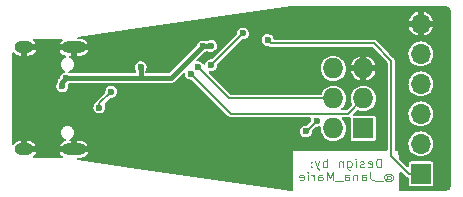
<source format=gbl>
G04 #@! TF.GenerationSoftware,KiCad,Pcbnew,6.0.0-d3dd2cf0fa~116~ubuntu20.04.1*
G04 #@! TF.CreationDate,2022-01-09T18:16:10+01:00*
G04 #@! TF.ProjectId,ESP-TC-PROG,4553502d-5443-42d5-9052-4f472e6b6963,rev?*
G04 #@! TF.SameCoordinates,Original*
G04 #@! TF.FileFunction,Copper,L2,Bot*
G04 #@! TF.FilePolarity,Positive*
%FSLAX46Y46*%
G04 Gerber Fmt 4.6, Leading zero omitted, Abs format (unit mm)*
G04 Created by KiCad (PCBNEW 6.0.0-d3dd2cf0fa~116~ubuntu20.04.1) date 2022-01-09 18:16:10*
%MOMM*%
%LPD*%
G01*
G04 APERTURE LIST*
%ADD10C,0.100000*%
G04 #@! TA.AperFunction,NonConductor*
%ADD11C,0.100000*%
G04 #@! TD*
G04 #@! TA.AperFunction,ComponentPad*
%ADD12O,2.100000X1.000000*%
G04 #@! TD*
G04 #@! TA.AperFunction,ComponentPad*
%ADD13O,1.600000X1.000000*%
G04 #@! TD*
G04 #@! TA.AperFunction,ComponentPad*
%ADD14R,1.727200X1.727200*%
G04 #@! TD*
G04 #@! TA.AperFunction,ComponentPad*
%ADD15O,1.727200X1.727200*%
G04 #@! TD*
G04 #@! TA.AperFunction,ComponentPad*
%ADD16R,1.700000X1.700000*%
G04 #@! TD*
G04 #@! TA.AperFunction,ComponentPad*
%ADD17O,1.700000X1.700000*%
G04 #@! TD*
G04 #@! TA.AperFunction,ViaPad*
%ADD18C,0.600000*%
G04 #@! TD*
G04 #@! TA.AperFunction,Conductor*
%ADD19C,0.400000*%
G04 #@! TD*
G04 #@! TA.AperFunction,Conductor*
%ADD20C,0.200000*%
G04 #@! TD*
G04 APERTURE END LIST*
D10*
D11*
X132102380Y-105803166D02*
X132102380Y-105103166D01*
X131911904Y-105103166D01*
X131797619Y-105136500D01*
X131721428Y-105203166D01*
X131683333Y-105269833D01*
X131645238Y-105403166D01*
X131645238Y-105503166D01*
X131683333Y-105636500D01*
X131721428Y-105703166D01*
X131797619Y-105769833D01*
X131911904Y-105803166D01*
X132102380Y-105803166D01*
X130997619Y-105769833D02*
X131073809Y-105803166D01*
X131226190Y-105803166D01*
X131302380Y-105769833D01*
X131340476Y-105703166D01*
X131340476Y-105436500D01*
X131302380Y-105369833D01*
X131226190Y-105336500D01*
X131073809Y-105336500D01*
X130997619Y-105369833D01*
X130959523Y-105436500D01*
X130959523Y-105503166D01*
X131340476Y-105569833D01*
X130654761Y-105769833D02*
X130578571Y-105803166D01*
X130426190Y-105803166D01*
X130350000Y-105769833D01*
X130311904Y-105703166D01*
X130311904Y-105669833D01*
X130350000Y-105603166D01*
X130426190Y-105569833D01*
X130540476Y-105569833D01*
X130616666Y-105536500D01*
X130654761Y-105469833D01*
X130654761Y-105436500D01*
X130616666Y-105369833D01*
X130540476Y-105336500D01*
X130426190Y-105336500D01*
X130350000Y-105369833D01*
X129969047Y-105803166D02*
X129969047Y-105336500D01*
X129969047Y-105103166D02*
X130007142Y-105136500D01*
X129969047Y-105169833D01*
X129930952Y-105136500D01*
X129969047Y-105103166D01*
X129969047Y-105169833D01*
X129245238Y-105336500D02*
X129245238Y-105903166D01*
X129283333Y-105969833D01*
X129321428Y-106003166D01*
X129397619Y-106036500D01*
X129511904Y-106036500D01*
X129588095Y-106003166D01*
X129245238Y-105769833D02*
X129321428Y-105803166D01*
X129473809Y-105803166D01*
X129550000Y-105769833D01*
X129588095Y-105736500D01*
X129626190Y-105669833D01*
X129626190Y-105469833D01*
X129588095Y-105403166D01*
X129550000Y-105369833D01*
X129473809Y-105336500D01*
X129321428Y-105336500D01*
X129245238Y-105369833D01*
X128864285Y-105336500D02*
X128864285Y-105803166D01*
X128864285Y-105403166D02*
X128826190Y-105369833D01*
X128750000Y-105336500D01*
X128635714Y-105336500D01*
X128559523Y-105369833D01*
X128521428Y-105436500D01*
X128521428Y-105803166D01*
X127530952Y-105803166D02*
X127530952Y-105103166D01*
X127530952Y-105369833D02*
X127454761Y-105336500D01*
X127302380Y-105336500D01*
X127226190Y-105369833D01*
X127188095Y-105403166D01*
X127150000Y-105469833D01*
X127150000Y-105669833D01*
X127188095Y-105736500D01*
X127226190Y-105769833D01*
X127302380Y-105803166D01*
X127454761Y-105803166D01*
X127530952Y-105769833D01*
X126883333Y-105336500D02*
X126692857Y-105803166D01*
X126502380Y-105336500D02*
X126692857Y-105803166D01*
X126769047Y-105969833D01*
X126807142Y-106003166D01*
X126883333Y-106036500D01*
X126197619Y-105736500D02*
X126159523Y-105769833D01*
X126197619Y-105803166D01*
X126235714Y-105769833D01*
X126197619Y-105736500D01*
X126197619Y-105803166D01*
X126197619Y-105369833D02*
X126159523Y-105403166D01*
X126197619Y-105436500D01*
X126235714Y-105403166D01*
X126197619Y-105369833D01*
X126197619Y-105436500D01*
X132578571Y-106596833D02*
X132616666Y-106563500D01*
X132692857Y-106530166D01*
X132769047Y-106530166D01*
X132845238Y-106563500D01*
X132883333Y-106596833D01*
X132921428Y-106663500D01*
X132921428Y-106730166D01*
X132883333Y-106796833D01*
X132845238Y-106830166D01*
X132769047Y-106863500D01*
X132692857Y-106863500D01*
X132616666Y-106830166D01*
X132578571Y-106796833D01*
X132578571Y-106530166D02*
X132578571Y-106796833D01*
X132540476Y-106830166D01*
X132502380Y-106830166D01*
X132426190Y-106796833D01*
X132388095Y-106730166D01*
X132388095Y-106563500D01*
X132464285Y-106463500D01*
X132578571Y-106396833D01*
X132730952Y-106363500D01*
X132883333Y-106396833D01*
X132997619Y-106463500D01*
X133073809Y-106563500D01*
X133111904Y-106696833D01*
X133073809Y-106830166D01*
X132997619Y-106930166D01*
X132883333Y-106996833D01*
X132730952Y-107030166D01*
X132578571Y-106996833D01*
X132464285Y-106930166D01*
X132235714Y-106996833D02*
X131626190Y-106996833D01*
X131207142Y-106230166D02*
X131207142Y-106730166D01*
X131245238Y-106830166D01*
X131321428Y-106896833D01*
X131435714Y-106930166D01*
X131511904Y-106930166D01*
X130483333Y-106930166D02*
X130483333Y-106563500D01*
X130521428Y-106496833D01*
X130597619Y-106463500D01*
X130750000Y-106463500D01*
X130826190Y-106496833D01*
X130483333Y-106896833D02*
X130559523Y-106930166D01*
X130750000Y-106930166D01*
X130826190Y-106896833D01*
X130864285Y-106830166D01*
X130864285Y-106763500D01*
X130826190Y-106696833D01*
X130750000Y-106663500D01*
X130559523Y-106663500D01*
X130483333Y-106630166D01*
X130102380Y-106463500D02*
X130102380Y-106930166D01*
X130102380Y-106530166D02*
X130064285Y-106496833D01*
X129988095Y-106463500D01*
X129873809Y-106463500D01*
X129797619Y-106496833D01*
X129759523Y-106563500D01*
X129759523Y-106930166D01*
X129035714Y-106930166D02*
X129035714Y-106563500D01*
X129073809Y-106496833D01*
X129150000Y-106463500D01*
X129302380Y-106463500D01*
X129378571Y-106496833D01*
X129035714Y-106896833D02*
X129111904Y-106930166D01*
X129302380Y-106930166D01*
X129378571Y-106896833D01*
X129416666Y-106830166D01*
X129416666Y-106763500D01*
X129378571Y-106696833D01*
X129302380Y-106663500D01*
X129111904Y-106663500D01*
X129035714Y-106630166D01*
X128845238Y-106996833D02*
X128235714Y-106996833D01*
X128045238Y-106930166D02*
X128045238Y-106230166D01*
X127778571Y-106730166D01*
X127511904Y-106230166D01*
X127511904Y-106930166D01*
X126788095Y-106930166D02*
X126788095Y-106563500D01*
X126826190Y-106496833D01*
X126902380Y-106463500D01*
X127054761Y-106463500D01*
X127130952Y-106496833D01*
X126788095Y-106896833D02*
X126864285Y-106930166D01*
X127054761Y-106930166D01*
X127130952Y-106896833D01*
X127169047Y-106830166D01*
X127169047Y-106763500D01*
X127130952Y-106696833D01*
X127054761Y-106663500D01*
X126864285Y-106663500D01*
X126788095Y-106630166D01*
X126407142Y-106930166D02*
X126407142Y-106463500D01*
X126407142Y-106596833D02*
X126369047Y-106530166D01*
X126330952Y-106496833D01*
X126254761Y-106463500D01*
X126178571Y-106463500D01*
X125911904Y-106930166D02*
X125911904Y-106463500D01*
X125911904Y-106230166D02*
X125950000Y-106263500D01*
X125911904Y-106296833D01*
X125873809Y-106263500D01*
X125911904Y-106230166D01*
X125911904Y-106296833D01*
X125226190Y-106896833D02*
X125302380Y-106930166D01*
X125454761Y-106930166D01*
X125530952Y-106896833D01*
X125569047Y-106830166D01*
X125569047Y-106563500D01*
X125530952Y-106496833D01*
X125454761Y-106463500D01*
X125302380Y-106463500D01*
X125226190Y-106496833D01*
X125188095Y-106563500D01*
X125188095Y-106630166D01*
X125569047Y-106696833D01*
D12*
X106085000Y-104320000D03*
X106085000Y-95680000D03*
D13*
X101905000Y-95680000D03*
X101905000Y-104320000D03*
D14*
X130600000Y-102540000D03*
D15*
X128060000Y-102540000D03*
X130600000Y-100000000D03*
X128060000Y-100000000D03*
X130600000Y-97460000D03*
X128060000Y-97460000D03*
D16*
X135480000Y-106390000D03*
D17*
X135480000Y-103850000D03*
X135480000Y-101310000D03*
X135480000Y-98770000D03*
X135480000Y-96230000D03*
X135480000Y-93690000D03*
D18*
X132150000Y-102550000D03*
X113100000Y-94900000D03*
X124100000Y-92700000D03*
X109900000Y-97300000D03*
X110000000Y-96000000D03*
X121300000Y-103800000D03*
X108600000Y-96800000D03*
X116500000Y-103800000D03*
X132300000Y-94900000D03*
X124900000Y-102700000D03*
X113370000Y-105840000D03*
X121000000Y-97450000D03*
X126000000Y-96100000D03*
X124300000Y-94400000D03*
X109100000Y-101100000D03*
X133300000Y-95800000D03*
X132100000Y-98000000D03*
X116500000Y-101000000D03*
X124350000Y-107100000D03*
X122500000Y-98500000D03*
X116100000Y-95200000D03*
X133800000Y-99100000D03*
X133850000Y-102550000D03*
X126500000Y-103750000D03*
X116530000Y-105930000D03*
X133800000Y-104550000D03*
X132150000Y-100650000D03*
X133900000Y-107100000D03*
X117100000Y-96600000D03*
X116500000Y-99600000D03*
X128200000Y-94500000D03*
X116500000Y-102400000D03*
X124300000Y-97100000D03*
X126000000Y-99100000D03*
X133850000Y-100650000D03*
X111370000Y-103830000D03*
X117000000Y-95600000D03*
X105430000Y-98290000D03*
X105110000Y-98960000D03*
X111750000Y-97350000D03*
X117710000Y-95550000D03*
X117700000Y-97199998D03*
X120400000Y-94500000D03*
X109260000Y-99430000D03*
X108258831Y-100773533D03*
X126650000Y-101900000D03*
X125750000Y-102800002D03*
X116600000Y-97350000D03*
X116000000Y-97900000D03*
X122500000Y-95050000D03*
D19*
X117050000Y-95550000D02*
X117000000Y-95600000D01*
X105430000Y-98290000D02*
X111810000Y-98290000D01*
X117710000Y-95550000D02*
X117050000Y-95550000D01*
X114310000Y-98290000D02*
X116700001Y-95899999D01*
X105430000Y-98308002D02*
X105430000Y-98290000D01*
X105110000Y-98960000D02*
X105130000Y-98940000D01*
X116700001Y-95899999D02*
X117000000Y-95600000D01*
X105130000Y-98940000D02*
X105130000Y-98608002D01*
X111810000Y-98290000D02*
X111750000Y-98230000D01*
X111810000Y-98290000D02*
X114310000Y-98290000D01*
X105130000Y-98608002D02*
X105430000Y-98308002D01*
X111750000Y-98230000D02*
X111750000Y-97350000D01*
D20*
X120099999Y-94799999D02*
X117999999Y-96899999D01*
X120400000Y-94500000D02*
X120099999Y-94799999D01*
X117999999Y-96899999D02*
X117700000Y-97199998D01*
X108258831Y-100431169D02*
X108258831Y-100773533D01*
X109260000Y-99430000D02*
X108258831Y-100431169D01*
X126650000Y-101900000D02*
X126049999Y-102500003D01*
X126049999Y-102500003D02*
X125750000Y-102800002D01*
X116600000Y-97350000D02*
X119250000Y-100000000D01*
X119250000Y-100000000D02*
X128060000Y-100000000D01*
X116000000Y-97900000D02*
X119400000Y-101300000D01*
X119400000Y-101300000D02*
X129300000Y-101300000D01*
X129300000Y-101300000D02*
X130600000Y-100000000D01*
X132950000Y-104910000D02*
X134430000Y-106390000D01*
X131499999Y-95349999D02*
X132950000Y-96800000D01*
X122500000Y-95050000D02*
X122799999Y-95349999D01*
X134430000Y-106390000D02*
X135480000Y-106390000D01*
X122799999Y-95349999D02*
X131499999Y-95349999D01*
X132950000Y-96800000D02*
X132950000Y-104910000D01*
G04 #@! TA.AperFunction,Conductor*
G36*
X137468227Y-92152518D02*
G01*
X137468778Y-92152645D01*
X137468779Y-92152645D01*
X137479642Y-92155143D01*
X137490514Y-92152683D01*
X137498540Y-92152697D01*
X137509450Y-92153319D01*
X137571972Y-92160363D01*
X137591304Y-92162541D01*
X137612917Y-92167475D01*
X137708109Y-92200784D01*
X137728083Y-92210403D01*
X137813472Y-92264057D01*
X137830804Y-92277878D01*
X137902122Y-92349196D01*
X137915943Y-92366528D01*
X137969597Y-92451917D01*
X137979217Y-92471892D01*
X138012527Y-92567088D01*
X138017459Y-92588699D01*
X138026744Y-92671096D01*
X138027367Y-92682356D01*
X138027356Y-92688776D01*
X138024857Y-92699642D01*
X138027318Y-92710516D01*
X138027559Y-92711583D01*
X138030000Y-92733432D01*
X138030000Y-107266040D01*
X138027482Y-107288227D01*
X138024857Y-107299642D01*
X138027317Y-107310514D01*
X138027303Y-107318540D01*
X138026681Y-107329450D01*
X138017459Y-107411303D01*
X138012525Y-107432917D01*
X137979216Y-107528109D01*
X137969597Y-107548083D01*
X137915943Y-107633472D01*
X137902122Y-107650804D01*
X137830804Y-107722122D01*
X137813472Y-107735943D01*
X137728083Y-107789597D01*
X137708108Y-107799217D01*
X137612912Y-107832527D01*
X137591301Y-107837459D01*
X137567962Y-107840089D01*
X137508897Y-107846744D01*
X137497644Y-107847367D01*
X137491224Y-107847356D01*
X137480358Y-107844857D01*
X137468417Y-107847559D01*
X137446568Y-107850000D01*
X133726904Y-107850000D01*
X133668713Y-107831093D01*
X133632749Y-107781593D01*
X133632749Y-107720407D01*
X133646811Y-107692809D01*
X133658297Y-107677000D01*
X133664286Y-107677000D01*
X133664286Y-106288265D01*
X133683193Y-106230074D01*
X133732693Y-106194110D01*
X133793879Y-106194110D01*
X133833290Y-106218261D01*
X134179680Y-106564651D01*
X134182380Y-106567780D01*
X134184575Y-106572269D01*
X134191278Y-106578487D01*
X134220822Y-106605893D01*
X134223498Y-106608469D01*
X134237277Y-106622248D01*
X134240987Y-106624793D01*
X134244900Y-106628229D01*
X134266646Y-106648401D01*
X134275134Y-106651788D01*
X134275135Y-106651788D01*
X134277336Y-106652666D01*
X134296652Y-106662980D01*
X134298607Y-106664321D01*
X134298610Y-106664322D01*
X134306146Y-106669492D01*
X134332058Y-106675641D01*
X134345883Y-106680014D01*
X134367184Y-106688512D01*
X134414227Y-106727635D01*
X134429500Y-106780464D01*
X134429500Y-107259748D01*
X134430448Y-107264512D01*
X134437507Y-107300000D01*
X134441133Y-107318231D01*
X134485448Y-107384552D01*
X134551769Y-107428867D01*
X134561332Y-107430769D01*
X134561334Y-107430770D01*
X134584005Y-107435279D01*
X134610252Y-107440500D01*
X136349748Y-107440500D01*
X136375995Y-107435279D01*
X136398666Y-107430770D01*
X136398668Y-107430769D01*
X136408231Y-107428867D01*
X136474552Y-107384552D01*
X136518867Y-107318231D01*
X136522494Y-107300000D01*
X136529552Y-107264512D01*
X136530500Y-107259748D01*
X136530500Y-105520252D01*
X136518867Y-105461769D01*
X136474552Y-105395448D01*
X136408231Y-105351133D01*
X136398668Y-105349231D01*
X136398666Y-105349230D01*
X136375995Y-105344721D01*
X136349748Y-105339500D01*
X134610252Y-105339500D01*
X134584005Y-105344721D01*
X134561334Y-105349230D01*
X134561332Y-105349231D01*
X134551769Y-105351133D01*
X134485448Y-105395448D01*
X134441133Y-105461769D01*
X134429500Y-105520252D01*
X134429500Y-105725521D01*
X134410593Y-105783712D01*
X134361093Y-105819676D01*
X134299907Y-105819676D01*
X134260496Y-105795525D01*
X133693282Y-105228311D01*
X133665505Y-105173794D01*
X133664286Y-105158307D01*
X133664286Y-104423000D01*
X133349500Y-104423000D01*
X133291309Y-104404093D01*
X133255345Y-104354593D01*
X133250500Y-104324000D01*
X133250500Y-103835262D01*
X134424520Y-103835262D01*
X134441759Y-104040553D01*
X134498544Y-104238586D01*
X134592712Y-104421818D01*
X134720677Y-104583270D01*
X134724357Y-104586402D01*
X134724359Y-104586404D01*
X134766639Y-104622387D01*
X134877564Y-104716791D01*
X134881787Y-104719151D01*
X134881791Y-104719154D01*
X134921342Y-104741258D01*
X135057398Y-104817297D01*
X135061996Y-104818791D01*
X135248724Y-104879463D01*
X135248726Y-104879464D01*
X135253329Y-104880959D01*
X135457894Y-104905351D01*
X135462716Y-104904980D01*
X135462719Y-104904980D01*
X135530541Y-104899761D01*
X135663300Y-104889546D01*
X135861725Y-104834145D01*
X135866038Y-104831966D01*
X135866044Y-104831964D01*
X136041289Y-104743441D01*
X136041291Y-104743440D01*
X136045610Y-104741258D01*
X136073902Y-104719154D01*
X136204135Y-104617406D01*
X136204139Y-104617402D01*
X136207951Y-104614424D01*
X136240570Y-104576635D01*
X136267313Y-104545651D01*
X136342564Y-104458472D01*
X136344957Y-104454260D01*
X136441934Y-104283550D01*
X136441935Y-104283547D01*
X136444323Y-104279344D01*
X136457882Y-104238586D01*
X136507824Y-104088454D01*
X136507824Y-104088452D01*
X136509351Y-104083863D01*
X136511941Y-104063365D01*
X136534823Y-103882228D01*
X136535171Y-103879474D01*
X136535583Y-103850000D01*
X136530727Y-103800473D01*
X136515952Y-103649780D01*
X136515951Y-103649776D01*
X136515480Y-103644970D01*
X136508846Y-103622995D01*
X136457333Y-103452380D01*
X136455935Y-103447749D01*
X136359218Y-103265849D01*
X136229011Y-103106200D01*
X136193002Y-103076411D01*
X136074002Y-102977965D01*
X136074000Y-102977964D01*
X136070275Y-102974882D01*
X135889055Y-102876897D01*
X135825855Y-102857333D01*
X135696875Y-102817407D01*
X135696871Y-102817406D01*
X135692254Y-102815977D01*
X135687446Y-102815472D01*
X135687443Y-102815471D01*
X135492185Y-102794949D01*
X135492183Y-102794949D01*
X135487369Y-102794443D01*
X135427354Y-102799905D01*
X135287022Y-102812675D01*
X135287017Y-102812676D01*
X135282203Y-102813114D01*
X135084572Y-102871280D01*
X135080288Y-102873519D01*
X135080287Y-102873520D01*
X135069428Y-102879197D01*
X134902002Y-102966726D01*
X134898231Y-102969758D01*
X134745220Y-103092781D01*
X134745217Y-103092783D01*
X134741447Y-103095815D01*
X134738333Y-103099526D01*
X134738332Y-103099527D01*
X134666294Y-103185379D01*
X134609024Y-103253630D01*
X134606689Y-103257878D01*
X134606688Y-103257879D01*
X134602270Y-103265916D01*
X134509776Y-103434162D01*
X134508313Y-103438775D01*
X134508311Y-103438779D01*
X134458955Y-103594370D01*
X134447484Y-103630532D01*
X134446944Y-103635344D01*
X134446944Y-103635345D01*
X134425438Y-103827080D01*
X134424520Y-103835262D01*
X133250500Y-103835262D01*
X133250500Y-101295262D01*
X134424520Y-101295262D01*
X134431949Y-101383735D01*
X134441121Y-101492952D01*
X134441759Y-101500553D01*
X134443092Y-101505201D01*
X134443092Y-101505202D01*
X134492977Y-101679170D01*
X134498544Y-101698586D01*
X134592712Y-101881818D01*
X134720677Y-102043270D01*
X134724357Y-102046402D01*
X134724359Y-102046404D01*
X134820551Y-102128269D01*
X134877564Y-102176791D01*
X134881787Y-102179151D01*
X134881791Y-102179154D01*
X134998702Y-102244493D01*
X135057398Y-102277297D01*
X135061996Y-102278791D01*
X135248724Y-102339463D01*
X135248726Y-102339464D01*
X135253329Y-102340959D01*
X135457894Y-102365351D01*
X135462716Y-102364980D01*
X135462719Y-102364980D01*
X135530541Y-102359761D01*
X135663300Y-102349546D01*
X135861725Y-102294145D01*
X135866038Y-102291966D01*
X135866044Y-102291964D01*
X136041289Y-102203441D01*
X136041291Y-102203440D01*
X136045610Y-102201258D01*
X136127636Y-102137173D01*
X136204135Y-102077406D01*
X136204139Y-102077402D01*
X136207951Y-102074424D01*
X136342564Y-101918472D01*
X136346040Y-101912354D01*
X136441934Y-101743550D01*
X136441935Y-101743547D01*
X136444323Y-101739344D01*
X136447401Y-101730093D01*
X136507824Y-101548454D01*
X136507824Y-101548452D01*
X136509351Y-101543863D01*
X136510819Y-101532248D01*
X136534823Y-101342228D01*
X136535171Y-101339474D01*
X136535583Y-101310000D01*
X136532181Y-101275303D01*
X136515952Y-101109780D01*
X136515951Y-101109776D01*
X136515480Y-101104970D01*
X136496087Y-101040736D01*
X136471570Y-100959535D01*
X136455935Y-100907749D01*
X136359218Y-100725849D01*
X136229011Y-100566200D01*
X136160580Y-100509589D01*
X136074002Y-100437965D01*
X136074000Y-100437964D01*
X136070275Y-100434882D01*
X135951386Y-100370599D01*
X135893309Y-100339197D01*
X135893308Y-100339197D01*
X135889055Y-100336897D01*
X135787111Y-100305340D01*
X135696875Y-100277407D01*
X135696871Y-100277406D01*
X135692254Y-100275977D01*
X135687446Y-100275472D01*
X135687443Y-100275471D01*
X135492185Y-100254949D01*
X135492183Y-100254949D01*
X135487369Y-100254443D01*
X135443877Y-100258401D01*
X135287022Y-100272675D01*
X135287017Y-100272676D01*
X135282203Y-100273114D01*
X135084572Y-100331280D01*
X135080288Y-100333519D01*
X135080287Y-100333520D01*
X135012528Y-100368944D01*
X134902002Y-100426726D01*
X134898231Y-100429758D01*
X134745220Y-100552781D01*
X134745217Y-100552783D01*
X134741447Y-100555815D01*
X134738333Y-100559526D01*
X134738332Y-100559527D01*
X134671983Y-100638599D01*
X134609024Y-100713630D01*
X134606689Y-100717878D01*
X134606688Y-100717879D01*
X134599955Y-100730126D01*
X134509776Y-100894162D01*
X134508313Y-100898775D01*
X134508311Y-100898779D01*
X134458347Y-101056287D01*
X134447484Y-101090532D01*
X134446944Y-101095344D01*
X134446944Y-101095345D01*
X134426759Y-101275303D01*
X134424520Y-101295262D01*
X133250500Y-101295262D01*
X133250500Y-98755262D01*
X134424520Y-98755262D01*
X134424925Y-98760082D01*
X134440962Y-98951057D01*
X134441759Y-98960553D01*
X134443092Y-98965201D01*
X134443092Y-98965202D01*
X134496767Y-99152388D01*
X134498544Y-99158586D01*
X134592712Y-99341818D01*
X134720677Y-99503270D01*
X134724357Y-99506402D01*
X134724359Y-99506404D01*
X134804417Y-99574538D01*
X134877564Y-99636791D01*
X134881787Y-99639151D01*
X134881791Y-99639154D01*
X134921342Y-99661258D01*
X135057398Y-99737297D01*
X135061996Y-99738791D01*
X135248724Y-99799463D01*
X135248726Y-99799464D01*
X135253329Y-99800959D01*
X135457894Y-99825351D01*
X135462716Y-99824980D01*
X135462719Y-99824980D01*
X135539848Y-99819045D01*
X135663300Y-99809546D01*
X135861725Y-99754145D01*
X135866038Y-99751966D01*
X135866044Y-99751964D01*
X136041289Y-99663441D01*
X136041291Y-99663440D01*
X136045610Y-99661258D01*
X136127636Y-99597173D01*
X136204135Y-99537406D01*
X136204139Y-99537402D01*
X136207951Y-99534424D01*
X136226969Y-99512392D01*
X136297378Y-99430821D01*
X136342564Y-99378472D01*
X136362253Y-99343814D01*
X136441934Y-99203550D01*
X136441935Y-99203547D01*
X136444323Y-99199344D01*
X136457882Y-99158586D01*
X136507824Y-99008454D01*
X136507824Y-99008452D01*
X136509351Y-99003863D01*
X136513332Y-98972354D01*
X136534823Y-98802228D01*
X136535171Y-98799474D01*
X136535583Y-98770000D01*
X136533667Y-98750454D01*
X136515952Y-98569780D01*
X136515951Y-98569776D01*
X136515480Y-98564970D01*
X136490641Y-98482698D01*
X136457333Y-98372380D01*
X136455935Y-98367749D01*
X136359218Y-98185849D01*
X136229011Y-98026200D01*
X136082421Y-97904930D01*
X136074002Y-97897965D01*
X136074000Y-97897964D01*
X136070275Y-97894882D01*
X135933805Y-97821093D01*
X135893309Y-97799197D01*
X135893308Y-97799197D01*
X135889055Y-97796897D01*
X135825855Y-97777333D01*
X135696875Y-97737407D01*
X135696871Y-97737406D01*
X135692254Y-97735977D01*
X135687446Y-97735472D01*
X135687443Y-97735471D01*
X135492185Y-97714949D01*
X135492183Y-97714949D01*
X135487369Y-97714443D01*
X135427354Y-97719905D01*
X135287022Y-97732675D01*
X135287017Y-97732676D01*
X135282203Y-97733114D01*
X135084572Y-97791280D01*
X135080288Y-97793519D01*
X135080287Y-97793520D01*
X135027545Y-97821093D01*
X134902002Y-97886726D01*
X134888023Y-97897965D01*
X134745220Y-98012781D01*
X134745217Y-98012783D01*
X134741447Y-98015815D01*
X134738333Y-98019526D01*
X134738332Y-98019527D01*
X134718623Y-98043016D01*
X134609024Y-98173630D01*
X134606689Y-98177878D01*
X134606688Y-98177879D01*
X134599955Y-98190126D01*
X134509776Y-98354162D01*
X134508313Y-98358775D01*
X134508311Y-98358779D01*
X134459003Y-98514218D01*
X134447484Y-98550532D01*
X134446944Y-98555344D01*
X134446944Y-98555345D01*
X134430143Y-98705134D01*
X134424520Y-98755262D01*
X133250500Y-98755262D01*
X133250500Y-96853508D01*
X133250803Y-96849383D01*
X133252425Y-96844658D01*
X133250570Y-96795239D01*
X133250500Y-96791526D01*
X133250500Y-96772052D01*
X133249675Y-96767622D01*
X133249338Y-96762417D01*
X133248569Y-96741925D01*
X133248226Y-96732792D01*
X133244620Y-96724398D01*
X133244619Y-96724395D01*
X133243683Y-96722217D01*
X133237317Y-96701266D01*
X133235209Y-96689947D01*
X133221232Y-96667271D01*
X133214548Y-96654404D01*
X133212644Y-96649971D01*
X133204036Y-96629937D01*
X133200022Y-96625051D01*
X133195658Y-96620687D01*
X133181387Y-96602632D01*
X133181264Y-96602433D01*
X133176468Y-96594652D01*
X133153231Y-96576982D01*
X133143161Y-96568190D01*
X132790233Y-96215262D01*
X134424520Y-96215262D01*
X134424925Y-96220082D01*
X134440962Y-96411057D01*
X134441759Y-96420553D01*
X134443092Y-96425201D01*
X134443092Y-96425202D01*
X134486515Y-96576635D01*
X134498544Y-96618586D01*
X134500759Y-96622896D01*
X134514671Y-96649965D01*
X134592712Y-96801818D01*
X134720677Y-96963270D01*
X134724357Y-96966402D01*
X134724359Y-96966404D01*
X134837017Y-97062283D01*
X134877564Y-97096791D01*
X134881787Y-97099151D01*
X134881791Y-97099154D01*
X134998702Y-97164493D01*
X135057398Y-97197297D01*
X135061996Y-97198791D01*
X135248724Y-97259463D01*
X135248726Y-97259464D01*
X135253329Y-97260959D01*
X135457894Y-97285351D01*
X135462716Y-97284980D01*
X135462719Y-97284980D01*
X135530541Y-97279761D01*
X135663300Y-97269546D01*
X135861725Y-97214145D01*
X135866038Y-97211966D01*
X135866044Y-97211964D01*
X136041289Y-97123441D01*
X136041291Y-97123440D01*
X136045610Y-97121258D01*
X136049565Y-97118168D01*
X136204135Y-96997406D01*
X136204139Y-96997402D01*
X136207951Y-96994424D01*
X136225316Y-96974307D01*
X136293361Y-96895475D01*
X136342564Y-96838472D01*
X136347424Y-96829917D01*
X136441934Y-96663550D01*
X136441935Y-96663547D01*
X136444323Y-96659344D01*
X136445967Y-96654404D01*
X136507824Y-96468454D01*
X136507824Y-96468452D01*
X136509351Y-96463863D01*
X136512154Y-96441680D01*
X136534823Y-96262228D01*
X136535171Y-96259474D01*
X136535583Y-96230000D01*
X136524755Y-96119567D01*
X136515952Y-96029780D01*
X136515951Y-96029776D01*
X136515480Y-96024970D01*
X136511073Y-96010371D01*
X136480125Y-95907869D01*
X136455935Y-95827749D01*
X136359218Y-95645849D01*
X136229011Y-95486200D01*
X136196294Y-95459134D01*
X136074002Y-95357965D01*
X136074000Y-95357964D01*
X136070275Y-95354882D01*
X135919046Y-95273113D01*
X135893309Y-95259197D01*
X135893308Y-95259197D01*
X135889055Y-95256897D01*
X135770558Y-95220216D01*
X135696875Y-95197407D01*
X135696871Y-95197406D01*
X135692254Y-95195977D01*
X135687446Y-95195472D01*
X135687443Y-95195471D01*
X135492185Y-95174949D01*
X135492183Y-95174949D01*
X135487369Y-95174443D01*
X135427354Y-95179905D01*
X135287022Y-95192675D01*
X135287017Y-95192676D01*
X135282203Y-95193114D01*
X135084572Y-95251280D01*
X135080288Y-95253519D01*
X135080287Y-95253520D01*
X135012528Y-95288944D01*
X134902002Y-95346726D01*
X134898231Y-95349758D01*
X134745220Y-95472781D01*
X134745217Y-95472783D01*
X134741447Y-95475815D01*
X134738333Y-95479526D01*
X134738332Y-95479527D01*
X134623191Y-95616747D01*
X134609024Y-95633630D01*
X134606689Y-95637878D01*
X134606688Y-95637879D01*
X134601513Y-95647293D01*
X134509776Y-95814162D01*
X134508313Y-95818775D01*
X134508311Y-95818779D01*
X134467366Y-95947857D01*
X134447484Y-96010532D01*
X134446944Y-96015344D01*
X134446944Y-96015345D01*
X134425730Y-96204478D01*
X134424520Y-96215262D01*
X132790233Y-96215262D01*
X131750319Y-95175348D01*
X131747619Y-95172219D01*
X131745424Y-95167730D01*
X131709177Y-95134106D01*
X131706501Y-95131530D01*
X131692722Y-95117751D01*
X131689012Y-95115206D01*
X131685099Y-95111770D01*
X131670054Y-95097814D01*
X131663353Y-95091598D01*
X131652663Y-95087333D01*
X131633347Y-95077019D01*
X131631392Y-95075678D01*
X131631389Y-95075677D01*
X131623853Y-95070507D01*
X131597940Y-95064358D01*
X131584115Y-95059985D01*
X131565867Y-95052705D01*
X131565865Y-95052705D01*
X131559377Y-95050116D01*
X131553084Y-95049499D01*
X131546915Y-95049499D01*
X131524056Y-95046824D01*
X131523826Y-95046769D01*
X131523824Y-95046769D01*
X131514933Y-95044659D01*
X131486012Y-95048595D01*
X131472662Y-95049499D01*
X123091407Y-95049499D01*
X123033216Y-95030592D01*
X122997252Y-94981092D01*
X122993407Y-94964533D01*
X122992915Y-94961093D01*
X122985323Y-94908082D01*
X122978347Y-94892737D01*
X122928905Y-94783996D01*
X122928904Y-94783995D01*
X122925984Y-94777572D01*
X122832400Y-94668963D01*
X122712095Y-94590985D01*
X122574739Y-94549907D01*
X122491497Y-94549398D01*
X122438427Y-94549074D01*
X122438426Y-94549074D01*
X122431376Y-94549031D01*
X122424599Y-94550968D01*
X122424598Y-94550968D01*
X122300309Y-94586490D01*
X122300307Y-94586491D01*
X122293529Y-94588428D01*
X122172280Y-94664930D01*
X122167613Y-94670214D01*
X122167611Y-94670216D01*
X122082044Y-94767103D01*
X122082042Y-94767105D01*
X122077377Y-94772388D01*
X122074381Y-94778770D01*
X122074380Y-94778771D01*
X122063987Y-94800907D01*
X122016447Y-94902163D01*
X122015362Y-94909132D01*
X122015361Y-94909135D01*
X122008731Y-94951718D01*
X121994391Y-95043823D01*
X121995306Y-95050820D01*
X121995306Y-95050821D01*
X122008997Y-95155522D01*
X122012980Y-95185979D01*
X122015821Y-95192435D01*
X122015821Y-95192436D01*
X122056109Y-95283996D01*
X122070720Y-95317203D01*
X122104984Y-95357965D01*
X122158431Y-95421549D01*
X122158434Y-95421551D01*
X122162970Y-95426948D01*
X122282313Y-95506390D01*
X122382920Y-95537821D01*
X122412425Y-95547039D01*
X122412426Y-95547039D01*
X122419157Y-95549142D01*
X122492526Y-95550487D01*
X122537124Y-95551305D01*
X122594958Y-95571276D01*
X122600530Y-95576123D01*
X122600543Y-95576108D01*
X122604057Y-95579028D01*
X122607276Y-95582247D01*
X122610986Y-95584792D01*
X122614899Y-95588228D01*
X122636645Y-95608400D01*
X122645131Y-95611786D01*
X122645133Y-95611787D01*
X122647336Y-95612666D01*
X122666647Y-95622977D01*
X122668606Y-95624321D01*
X122668609Y-95624322D01*
X122676145Y-95629492D01*
X122685037Y-95631602D01*
X122685039Y-95631603D01*
X122702065Y-95635643D01*
X122715884Y-95640013D01*
X122740621Y-95649882D01*
X122746914Y-95650499D01*
X122753084Y-95650499D01*
X122775940Y-95653174D01*
X122785065Y-95655339D01*
X122813987Y-95651403D01*
X122827336Y-95650499D01*
X131334520Y-95650499D01*
X131392711Y-95669406D01*
X131404524Y-95679495D01*
X132620504Y-96895475D01*
X132648281Y-96949992D01*
X132649500Y-96965479D01*
X132649500Y-104324000D01*
X132630593Y-104382191D01*
X132581093Y-104418155D01*
X132550500Y-104423000D01*
X124635715Y-104423000D01*
X124635715Y-107677000D01*
X124640809Y-107677000D01*
X124641466Y-107679021D01*
X124671536Y-107720408D01*
X124671535Y-107781593D01*
X124635571Y-107831093D01*
X124577381Y-107850000D01*
X124521655Y-107850000D01*
X124507387Y-107848966D01*
X124497727Y-107847559D01*
X110327207Y-105783712D01*
X106435889Y-105216966D01*
X106381031Y-105189870D01*
X106352576Y-105135703D01*
X106361395Y-105075157D01*
X106404117Y-105031357D01*
X106450157Y-105020000D01*
X106674495Y-105020000D01*
X106680451Y-105019641D01*
X106797273Y-105005504D01*
X106808783Y-105002677D01*
X106956108Y-104947007D01*
X106966606Y-104941518D01*
X107096401Y-104852314D01*
X107105288Y-104844478D01*
X107210058Y-104726887D01*
X107216817Y-104717163D01*
X107285281Y-104587857D01*
X107287239Y-104576635D01*
X107282263Y-104574000D01*
X104894000Y-104574000D01*
X104883165Y-104577521D01*
X104883165Y-104583387D01*
X104949054Y-104711043D01*
X104955717Y-104720847D01*
X105059248Y-104839527D01*
X105068048Y-104847451D01*
X105100136Y-104870003D01*
X105136873Y-104918932D01*
X105137833Y-104980110D01*
X105102651Y-105030169D01*
X105043210Y-105050000D01*
X102697598Y-105050000D01*
X102639407Y-105031093D01*
X102603443Y-104981593D01*
X102603443Y-104920407D01*
X102641524Y-104869412D01*
X102666395Y-104852318D01*
X102675288Y-104844478D01*
X102780058Y-104726887D01*
X102786817Y-104717163D01*
X102855281Y-104587857D01*
X102857239Y-104576635D01*
X102852263Y-104574000D01*
X101750000Y-104574000D01*
X101691809Y-104555093D01*
X101655845Y-104505593D01*
X101651000Y-104475000D01*
X101651000Y-104050320D01*
X102159000Y-104050320D01*
X102163122Y-104063005D01*
X102167243Y-104066000D01*
X102846000Y-104066000D01*
X102854109Y-104063365D01*
X104882761Y-104063365D01*
X104887737Y-104066000D01*
X105815320Y-104066000D01*
X105828005Y-104061878D01*
X105831000Y-104057757D01*
X105831000Y-104050320D01*
X106339000Y-104050320D01*
X106343122Y-104063005D01*
X106347243Y-104066000D01*
X107276000Y-104066000D01*
X107286835Y-104062479D01*
X107286835Y-104056613D01*
X107220946Y-103928957D01*
X107214283Y-103919153D01*
X107110752Y-103800473D01*
X107101952Y-103792549D01*
X106973094Y-103701986D01*
X106962656Y-103696390D01*
X106815922Y-103639180D01*
X106804445Y-103636233D01*
X106684352Y-103620423D01*
X106677898Y-103620000D01*
X106354680Y-103620000D01*
X106341995Y-103624122D01*
X106339000Y-103628243D01*
X106339000Y-104050320D01*
X105831000Y-104050320D01*
X105831000Y-103635680D01*
X105826878Y-103622995D01*
X105822757Y-103620000D01*
X105794185Y-103620000D01*
X105735994Y-103601093D01*
X105700030Y-103551593D01*
X105700030Y-103490407D01*
X105735994Y-103440907D01*
X105756299Y-103429536D01*
X105839240Y-103395181D01*
X105839244Y-103395179D01*
X105845233Y-103392698D01*
X105850375Y-103388752D01*
X105850379Y-103388750D01*
X105960302Y-103304402D01*
X105965451Y-103300451D01*
X105979024Y-103282763D01*
X106053750Y-103185379D01*
X106053752Y-103185375D01*
X106057698Y-103180233D01*
X106060179Y-103174244D01*
X106060181Y-103174240D01*
X106113203Y-103046233D01*
X106115687Y-103040236D01*
X106135466Y-102890000D01*
X106115687Y-102739764D01*
X106096203Y-102692725D01*
X106060181Y-102605760D01*
X106060179Y-102605756D01*
X106057698Y-102599767D01*
X106053752Y-102594625D01*
X106053750Y-102594621D01*
X105969402Y-102484698D01*
X105965451Y-102479549D01*
X105940923Y-102460728D01*
X105850379Y-102391250D01*
X105850375Y-102391248D01*
X105845233Y-102387302D01*
X105839244Y-102384821D01*
X105839240Y-102384819D01*
X105711233Y-102331797D01*
X105705236Y-102329313D01*
X105592720Y-102314500D01*
X105517280Y-102314500D01*
X105404764Y-102329313D01*
X105398767Y-102331797D01*
X105270760Y-102384819D01*
X105270756Y-102384821D01*
X105264767Y-102387302D01*
X105259625Y-102391248D01*
X105259621Y-102391250D01*
X105169077Y-102460728D01*
X105144549Y-102479549D01*
X105140598Y-102484698D01*
X105056250Y-102594621D01*
X105056248Y-102594625D01*
X105052302Y-102599767D01*
X105049821Y-102605756D01*
X105049819Y-102605760D01*
X105013797Y-102692725D01*
X104994313Y-102739764D01*
X104974534Y-102890000D01*
X104994313Y-103040236D01*
X104996797Y-103046233D01*
X105049819Y-103174240D01*
X105049821Y-103174244D01*
X105052302Y-103180233D01*
X105056248Y-103185375D01*
X105056250Y-103185379D01*
X105130976Y-103282763D01*
X105144549Y-103300451D01*
X105149698Y-103304402D01*
X105259621Y-103388750D01*
X105259625Y-103388752D01*
X105264767Y-103392698D01*
X105270756Y-103395179D01*
X105270760Y-103395181D01*
X105392395Y-103445564D01*
X105438921Y-103485301D01*
X105453204Y-103544796D01*
X105429789Y-103601324D01*
X105378121Y-103633171D01*
X105361218Y-103637322D01*
X105213892Y-103692993D01*
X105203394Y-103698482D01*
X105073599Y-103787686D01*
X105064712Y-103795522D01*
X104959942Y-103913113D01*
X104953183Y-103922837D01*
X104884719Y-104052143D01*
X104882761Y-104063365D01*
X102854109Y-104063365D01*
X102856835Y-104062479D01*
X102856835Y-104056613D01*
X102790946Y-103928957D01*
X102784283Y-103919153D01*
X102680752Y-103800473D01*
X102671952Y-103792549D01*
X102543094Y-103701986D01*
X102532656Y-103696390D01*
X102385922Y-103639180D01*
X102374445Y-103636233D01*
X102254352Y-103620423D01*
X102247898Y-103620000D01*
X102174680Y-103620000D01*
X102161995Y-103624122D01*
X102159000Y-103628243D01*
X102159000Y-104050320D01*
X101651000Y-104050320D01*
X101651000Y-103635680D01*
X101646878Y-103622995D01*
X101642757Y-103620000D01*
X101565505Y-103620000D01*
X101559549Y-103620359D01*
X101442727Y-103634496D01*
X101431217Y-103637323D01*
X101283892Y-103692993D01*
X101273394Y-103698482D01*
X101143599Y-103787686D01*
X101134712Y-103795522D01*
X101047917Y-103892938D01*
X100995090Y-103923808D01*
X100934207Y-103917731D01*
X100888524Y-103877028D01*
X100875000Y-103827080D01*
X100875000Y-100767356D01*
X107753222Y-100767356D01*
X107754137Y-100774353D01*
X107754137Y-100774354D01*
X107770543Y-100899817D01*
X107771811Y-100909512D01*
X107774652Y-100915968D01*
X107774652Y-100915969D01*
X107811407Y-100999500D01*
X107829551Y-101040736D01*
X107871409Y-101090532D01*
X107917262Y-101145082D01*
X107917265Y-101145084D01*
X107921801Y-101150481D01*
X107927672Y-101154389D01*
X107927673Y-101154390D01*
X107939974Y-101162578D01*
X108041144Y-101229923D01*
X108141751Y-101261354D01*
X108171256Y-101270572D01*
X108171257Y-101270572D01*
X108177988Y-101272675D01*
X108249659Y-101273989D01*
X108314276Y-101275174D01*
X108314278Y-101275174D01*
X108321330Y-101275303D01*
X108328133Y-101273448D01*
X108328135Y-101273448D01*
X108403334Y-101252946D01*
X108459648Y-101237593D01*
X108581822Y-101162578D01*
X108589234Y-101154390D01*
X108673299Y-101061515D01*
X108678031Y-101056287D01*
X108740541Y-100927266D01*
X108743046Y-100912380D01*
X108763693Y-100789657D01*
X108763693Y-100789653D01*
X108764327Y-100785887D01*
X108764478Y-100773533D01*
X108744154Y-100631615D01*
X108691039Y-100514794D01*
X108684166Y-100453996D01*
X108711157Y-100403814D01*
X109155959Y-99959012D01*
X109210476Y-99931235D01*
X109227774Y-99930033D01*
X109272090Y-99930846D01*
X109315446Y-99931641D01*
X109315448Y-99931641D01*
X109322499Y-99931770D01*
X109329302Y-99929915D01*
X109329304Y-99929915D01*
X109404503Y-99909413D01*
X109460817Y-99894060D01*
X109582991Y-99819045D01*
X109592768Y-99808244D01*
X109674468Y-99717982D01*
X109679200Y-99712754D01*
X109741710Y-99583733D01*
X109749505Y-99537406D01*
X109764862Y-99446124D01*
X109764862Y-99446120D01*
X109765496Y-99442354D01*
X109765647Y-99430000D01*
X109745323Y-99288082D01*
X109706889Y-99203550D01*
X109688905Y-99163996D01*
X109688904Y-99163995D01*
X109685984Y-99157572D01*
X109592400Y-99048963D01*
X109472095Y-98970985D01*
X109334739Y-98929907D01*
X109251497Y-98929398D01*
X109198427Y-98929074D01*
X109198426Y-98929074D01*
X109191376Y-98929031D01*
X109184599Y-98930968D01*
X109184598Y-98930968D01*
X109060309Y-98966490D01*
X109060307Y-98966491D01*
X109053529Y-98968428D01*
X108932280Y-99044930D01*
X108927613Y-99050214D01*
X108927611Y-99050216D01*
X108842044Y-99147103D01*
X108842042Y-99147105D01*
X108837377Y-99152388D01*
X108776447Y-99282163D01*
X108775362Y-99289132D01*
X108775361Y-99289135D01*
X108767159Y-99341818D01*
X108754391Y-99423823D01*
X108755306Y-99430821D01*
X108758107Y-99452241D01*
X108746905Y-99512392D01*
X108729947Y-99535081D01*
X108084180Y-100180849D01*
X108081051Y-100183549D01*
X108076562Y-100185744D01*
X108070344Y-100192447D01*
X108042938Y-100221991D01*
X108040362Y-100224667D01*
X108026583Y-100238446D01*
X108024038Y-100242156D01*
X108020602Y-100246069D01*
X108000430Y-100267815D01*
X107997043Y-100276303D01*
X107997043Y-100276304D01*
X107996165Y-100278505D01*
X107985851Y-100297821D01*
X107984510Y-100299776D01*
X107984509Y-100299779D01*
X107979339Y-100307315D01*
X107977229Y-100316207D01*
X107974506Y-100327682D01*
X107942346Y-100380215D01*
X107937080Y-100384697D01*
X107931111Y-100388463D01*
X107926439Y-100393753D01*
X107926438Y-100393754D01*
X107840875Y-100490636D01*
X107840873Y-100490638D01*
X107836208Y-100495921D01*
X107775278Y-100625696D01*
X107774193Y-100632665D01*
X107774192Y-100632668D01*
X107759511Y-100726963D01*
X107753222Y-100767356D01*
X100875000Y-100767356D01*
X100875000Y-98953823D01*
X104604391Y-98953823D01*
X104605306Y-98960820D01*
X104605306Y-98960821D01*
X104616305Y-99044930D01*
X104622980Y-99095979D01*
X104625821Y-99102435D01*
X104625821Y-99102436D01*
X104668462Y-99199344D01*
X104680720Y-99227203D01*
X104721550Y-99275776D01*
X104768431Y-99331549D01*
X104768434Y-99331551D01*
X104772970Y-99336948D01*
X104778841Y-99340856D01*
X104778842Y-99340857D01*
X104785987Y-99345613D01*
X104892313Y-99416390D01*
X104975421Y-99442354D01*
X105022425Y-99457039D01*
X105022426Y-99457039D01*
X105029157Y-99459142D01*
X105100828Y-99460456D01*
X105165445Y-99461641D01*
X105165447Y-99461641D01*
X105172499Y-99461770D01*
X105179302Y-99459915D01*
X105179304Y-99459915D01*
X105289029Y-99430000D01*
X105310817Y-99424060D01*
X105432991Y-99349045D01*
X105439533Y-99341818D01*
X105524468Y-99247982D01*
X105529200Y-99242754D01*
X105591710Y-99113733D01*
X105593131Y-99105291D01*
X105614862Y-98976124D01*
X105614862Y-98976120D01*
X105615496Y-98972354D01*
X105615647Y-98960000D01*
X105598983Y-98843640D01*
X105609450Y-98783357D01*
X105645182Y-98745240D01*
X105710501Y-98705134D01*
X105762302Y-98690500D01*
X114373433Y-98690500D01*
X114396380Y-98683044D01*
X114411481Y-98679419D01*
X114427609Y-98676865D01*
X114427611Y-98676864D01*
X114435304Y-98675646D01*
X114456797Y-98664695D01*
X114471143Y-98658752D01*
X114486679Y-98653704D01*
X114494090Y-98651296D01*
X114513607Y-98637116D01*
X114526846Y-98629002D01*
X114548342Y-98618050D01*
X114570905Y-98595487D01*
X114570909Y-98595484D01*
X115326629Y-97839764D01*
X115381146Y-97811987D01*
X115441578Y-97821558D01*
X115484843Y-97864823D01*
X115494797Y-97896931D01*
X115510343Y-98015815D01*
X115512980Y-98035979D01*
X115515821Y-98042435D01*
X115515821Y-98042436D01*
X115530744Y-98076350D01*
X115570720Y-98167203D01*
X115603246Y-98205897D01*
X115658431Y-98271549D01*
X115658434Y-98271551D01*
X115662970Y-98276948D01*
X115782313Y-98356390D01*
X115882920Y-98387821D01*
X115912425Y-98397039D01*
X115912426Y-98397039D01*
X115919157Y-98399142D01*
X115992526Y-98400487D01*
X116037124Y-98401305D01*
X116094958Y-98421276D01*
X116105313Y-98430284D01*
X119149680Y-101474651D01*
X119152380Y-101477780D01*
X119154575Y-101482269D01*
X119161278Y-101488487D01*
X119190822Y-101515893D01*
X119193498Y-101518469D01*
X119207277Y-101532248D01*
X119210987Y-101534793D01*
X119214900Y-101538229D01*
X119236646Y-101558401D01*
X119245134Y-101561788D01*
X119245135Y-101561788D01*
X119247336Y-101562666D01*
X119266652Y-101572980D01*
X119268607Y-101574321D01*
X119268610Y-101574322D01*
X119276146Y-101579492D01*
X119302058Y-101585641D01*
X119315884Y-101590014D01*
X119334132Y-101597294D01*
X119334134Y-101597294D01*
X119340622Y-101599883D01*
X119346915Y-101600500D01*
X119353084Y-101600500D01*
X119375943Y-101603175D01*
X119376173Y-101603230D01*
X119376175Y-101603230D01*
X119385066Y-101605340D01*
X119413988Y-101601404D01*
X119427337Y-101600500D01*
X126081805Y-101600500D01*
X126139996Y-101619407D01*
X126175960Y-101668907D01*
X126175960Y-101730093D01*
X126171422Y-101741566D01*
X126166447Y-101752163D01*
X126165362Y-101759132D01*
X126165361Y-101759135D01*
X126161080Y-101786633D01*
X126144391Y-101893823D01*
X126145306Y-101900820D01*
X126145306Y-101900824D01*
X126148107Y-101922245D01*
X126136904Y-101982396D01*
X126119947Y-102005083D01*
X125875069Y-102249962D01*
X125875050Y-102249980D01*
X125854365Y-102270665D01*
X125799848Y-102298442D01*
X125783761Y-102299659D01*
X125704310Y-102299173D01*
X125688427Y-102299076D01*
X125688426Y-102299076D01*
X125681376Y-102299033D01*
X125674599Y-102300970D01*
X125674598Y-102300970D01*
X125550309Y-102336492D01*
X125550307Y-102336493D01*
X125543529Y-102338430D01*
X125422280Y-102414932D01*
X125417613Y-102420216D01*
X125417611Y-102420218D01*
X125332044Y-102517105D01*
X125332042Y-102517107D01*
X125327377Y-102522390D01*
X125266447Y-102652165D01*
X125265362Y-102659134D01*
X125265361Y-102659137D01*
X125256170Y-102718172D01*
X125244391Y-102793825D01*
X125245306Y-102800822D01*
X125245306Y-102800823D01*
X125247288Y-102815977D01*
X125262980Y-102935981D01*
X125265821Y-102942437D01*
X125265821Y-102942438D01*
X125275522Y-102964484D01*
X125320720Y-103067205D01*
X125360821Y-103114911D01*
X125408431Y-103171551D01*
X125408434Y-103171553D01*
X125412970Y-103176950D01*
X125418841Y-103180858D01*
X125418842Y-103180859D01*
X125431143Y-103189047D01*
X125532313Y-103256392D01*
X125626755Y-103285897D01*
X125662425Y-103297041D01*
X125662426Y-103297041D01*
X125669157Y-103299144D01*
X125740446Y-103300451D01*
X125805445Y-103301643D01*
X125805447Y-103301643D01*
X125812499Y-103301772D01*
X125819302Y-103299917D01*
X125819304Y-103299917D01*
X125896113Y-103278976D01*
X125950817Y-103264062D01*
X126072991Y-103189047D01*
X126080403Y-103180859D01*
X126164468Y-103087984D01*
X126169200Y-103082756D01*
X126231710Y-102953735D01*
X126235875Y-102928984D01*
X126254862Y-102816126D01*
X126254862Y-102816122D01*
X126255496Y-102812356D01*
X126255647Y-102800002D01*
X126252561Y-102778454D01*
X126263028Y-102718172D01*
X126280557Y-102694416D01*
X126282247Y-102692726D01*
X126282248Y-102692724D01*
X126545960Y-102429012D01*
X126600477Y-102401235D01*
X126617775Y-102400033D01*
X126662406Y-102400852D01*
X126705446Y-102401641D01*
X126705448Y-102401641D01*
X126712499Y-102401770D01*
X126719302Y-102399915D01*
X126719304Y-102399915D01*
X126844009Y-102365916D01*
X126844008Y-102365916D01*
X126850817Y-102364060D01*
X126856833Y-102360366D01*
X126860369Y-102358836D01*
X126921283Y-102353077D01*
X126973948Y-102384221D01*
X126998249Y-102440374D01*
X126998072Y-102460728D01*
X126991749Y-102517105D01*
X126990855Y-102525071D01*
X127008317Y-102733020D01*
X127009650Y-102737668D01*
X127009650Y-102737669D01*
X127048605Y-102873520D01*
X127065837Y-102933617D01*
X127161225Y-103119221D01*
X127290847Y-103282763D01*
X127294527Y-103285895D01*
X127294529Y-103285897D01*
X127327926Y-103314320D01*
X127449765Y-103418013D01*
X127453988Y-103420373D01*
X127453992Y-103420376D01*
X127502971Y-103447749D01*
X127631927Y-103519820D01*
X127636525Y-103521314D01*
X127825789Y-103582810D01*
X127825791Y-103582811D01*
X127830394Y-103584306D01*
X128037607Y-103609014D01*
X128042429Y-103608643D01*
X128042432Y-103608643D01*
X128113794Y-103603152D01*
X128245673Y-103593005D01*
X128446667Y-103536886D01*
X128450980Y-103534707D01*
X128450986Y-103534705D01*
X128628611Y-103444980D01*
X128628613Y-103444978D01*
X128632932Y-103442797D01*
X128797375Y-103314320D01*
X128933731Y-103156350D01*
X128936121Y-103152143D01*
X129034420Y-102979107D01*
X129034421Y-102979105D01*
X129036808Y-102974903D01*
X129102677Y-102776891D01*
X129128832Y-102569855D01*
X129129249Y-102540000D01*
X129128979Y-102537250D01*
X129128979Y-102537241D01*
X129115695Y-102401770D01*
X129108885Y-102332315D01*
X129048570Y-102132541D01*
X128950600Y-101948287D01*
X128929274Y-101922138D01*
X128821769Y-101790324D01*
X128821768Y-101790323D01*
X128818708Y-101786571D01*
X128805665Y-101775781D01*
X128772880Y-101724121D01*
X128776722Y-101663056D01*
X128815723Y-101615912D01*
X128868770Y-101600500D01*
X129246492Y-101600500D01*
X129250617Y-101600803D01*
X129255342Y-101602425D01*
X129304761Y-101600570D01*
X129308474Y-101600500D01*
X129327948Y-101600500D01*
X129332378Y-101599675D01*
X129337571Y-101599339D01*
X129353602Y-101598737D01*
X129358075Y-101598569D01*
X129367208Y-101598226D01*
X129375602Y-101594620D01*
X129375605Y-101594619D01*
X129377783Y-101593683D01*
X129398734Y-101587317D01*
X129410053Y-101585209D01*
X129410054Y-101585208D01*
X129410056Y-101585208D01*
X129410263Y-101586320D01*
X129462354Y-101583498D01*
X129513727Y-101616731D01*
X129535900Y-101679170D01*
X129535900Y-103423348D01*
X129539176Y-103439817D01*
X129544285Y-103465500D01*
X129547533Y-103481831D01*
X129591848Y-103548152D01*
X129658169Y-103592467D01*
X129667732Y-103594369D01*
X129667734Y-103594370D01*
X129690405Y-103598879D01*
X129716652Y-103604100D01*
X131483348Y-103604100D01*
X131509595Y-103598879D01*
X131532266Y-103594370D01*
X131532268Y-103594369D01*
X131541831Y-103592467D01*
X131608152Y-103548152D01*
X131652467Y-103481831D01*
X131655716Y-103465500D01*
X131660824Y-103439817D01*
X131664100Y-103423348D01*
X131664100Y-101656652D01*
X131658093Y-101626451D01*
X131654370Y-101607734D01*
X131654369Y-101607732D01*
X131652467Y-101598169D01*
X131608152Y-101531848D01*
X131541831Y-101487533D01*
X131532268Y-101485631D01*
X131532266Y-101485630D01*
X131509595Y-101481121D01*
X131483348Y-101475900D01*
X129788079Y-101475900D01*
X129729888Y-101456993D01*
X129693924Y-101407493D01*
X129693924Y-101346307D01*
X129718075Y-101306896D01*
X130037659Y-100987312D01*
X130092176Y-100959535D01*
X130155959Y-100970896D01*
X130171927Y-100979820D01*
X130176525Y-100981314D01*
X130365789Y-101042810D01*
X130365791Y-101042811D01*
X130370394Y-101044306D01*
X130577607Y-101069014D01*
X130582429Y-101068643D01*
X130582432Y-101068643D01*
X130649854Y-101063455D01*
X130785673Y-101053005D01*
X130986667Y-100996886D01*
X130990980Y-100994707D01*
X130990986Y-100994705D01*
X131168611Y-100904980D01*
X131168613Y-100904978D01*
X131172932Y-100902797D01*
X131337375Y-100774320D01*
X131473731Y-100616350D01*
X131476121Y-100612143D01*
X131574420Y-100439107D01*
X131574421Y-100439105D01*
X131576808Y-100434903D01*
X131636838Y-100254443D01*
X131641150Y-100241482D01*
X131641150Y-100241480D01*
X131642677Y-100236891D01*
X131644560Y-100221991D01*
X131668484Y-100032607D01*
X131668832Y-100029855D01*
X131669249Y-100000000D01*
X131668979Y-99997250D01*
X131668979Y-99997241D01*
X131650611Y-99809917D01*
X131648885Y-99792315D01*
X131588570Y-99592541D01*
X131513971Y-99452241D01*
X131492873Y-99412561D01*
X131492871Y-99412558D01*
X131490600Y-99408287D01*
X131469274Y-99382138D01*
X131361769Y-99250324D01*
X131361768Y-99250323D01*
X131358708Y-99246571D01*
X131238472Y-99147103D01*
X131201643Y-99116635D01*
X131201641Y-99116634D01*
X131197916Y-99113552D01*
X131078461Y-99048963D01*
X131018605Y-99016599D01*
X131018604Y-99016599D01*
X131014351Y-99014299D01*
X130891028Y-98976124D01*
X130819623Y-98954020D01*
X130819619Y-98954019D01*
X130815002Y-98952590D01*
X130810194Y-98952085D01*
X130810191Y-98952084D01*
X130612281Y-98931283D01*
X130612279Y-98931283D01*
X130607465Y-98930777D01*
X130538076Y-98937092D01*
X130404463Y-98949251D01*
X130404459Y-98949252D01*
X130399643Y-98949690D01*
X130346938Y-98965202D01*
X130204099Y-99007242D01*
X130204096Y-99007243D01*
X130199452Y-99008610D01*
X130014519Y-99105291D01*
X130010750Y-99108321D01*
X130010749Y-99108322D01*
X129855659Y-99233017D01*
X129855657Y-99233019D01*
X129851886Y-99236051D01*
X129848772Y-99239762D01*
X129848771Y-99239763D01*
X129735915Y-99374260D01*
X129717748Y-99395910D01*
X129617215Y-99578778D01*
X129554117Y-99777691D01*
X129530855Y-99985071D01*
X129531260Y-99989891D01*
X129546775Y-100174651D01*
X129548317Y-100193020D01*
X129549650Y-100197668D01*
X129549650Y-100197669D01*
X129599237Y-100370599D01*
X129605837Y-100393617D01*
X129608052Y-100397927D01*
X129632440Y-100445380D01*
X129642223Y-100505778D01*
X129614392Y-100560636D01*
X129204526Y-100970503D01*
X129150009Y-100998281D01*
X129134522Y-100999500D01*
X128796675Y-100999500D01*
X128738484Y-100980593D01*
X128702520Y-100931093D01*
X128702520Y-100869907D01*
X128735725Y-100822487D01*
X128793560Y-100777302D01*
X128793568Y-100777294D01*
X128797375Y-100774320D01*
X128933731Y-100616350D01*
X128936121Y-100612143D01*
X129034420Y-100439107D01*
X129034421Y-100439105D01*
X129036808Y-100434903D01*
X129096838Y-100254443D01*
X129101150Y-100241482D01*
X129101150Y-100241480D01*
X129102677Y-100236891D01*
X129104560Y-100221991D01*
X129128484Y-100032607D01*
X129128832Y-100029855D01*
X129129249Y-100000000D01*
X129128979Y-99997250D01*
X129128979Y-99997241D01*
X129110611Y-99809917D01*
X129108885Y-99792315D01*
X129048570Y-99592541D01*
X128973971Y-99452241D01*
X128952873Y-99412561D01*
X128952871Y-99412558D01*
X128950600Y-99408287D01*
X128929274Y-99382138D01*
X128821769Y-99250324D01*
X128821768Y-99250323D01*
X128818708Y-99246571D01*
X128698472Y-99147103D01*
X128661643Y-99116635D01*
X128661641Y-99116634D01*
X128657916Y-99113552D01*
X128538461Y-99048963D01*
X128478605Y-99016599D01*
X128478604Y-99016599D01*
X128474351Y-99014299D01*
X128351028Y-98976124D01*
X128279623Y-98954020D01*
X128279619Y-98954019D01*
X128275002Y-98952590D01*
X128270194Y-98952085D01*
X128270191Y-98952084D01*
X128072281Y-98931283D01*
X128072279Y-98931283D01*
X128067465Y-98930777D01*
X127998076Y-98937092D01*
X127864463Y-98949251D01*
X127864459Y-98949252D01*
X127859643Y-98949690D01*
X127806938Y-98965202D01*
X127664099Y-99007242D01*
X127664096Y-99007243D01*
X127659452Y-99008610D01*
X127474519Y-99105291D01*
X127470750Y-99108321D01*
X127470749Y-99108322D01*
X127315659Y-99233017D01*
X127315657Y-99233019D01*
X127311886Y-99236051D01*
X127308772Y-99239762D01*
X127308771Y-99239763D01*
X127195915Y-99374260D01*
X127177748Y-99395910D01*
X127077215Y-99578778D01*
X127075752Y-99583390D01*
X127060829Y-99630434D01*
X127025212Y-99680184D01*
X126966463Y-99699500D01*
X119415479Y-99699500D01*
X119357288Y-99680593D01*
X119345475Y-99670504D01*
X117542279Y-97867308D01*
X117514502Y-97812791D01*
X117524073Y-97752359D01*
X117567338Y-97709094D01*
X117619123Y-97700983D01*
X117619157Y-97699140D01*
X117755445Y-97701639D01*
X117755447Y-97701639D01*
X117762499Y-97701768D01*
X117769302Y-97699913D01*
X117769304Y-97699913D01*
X117844503Y-97679411D01*
X117900817Y-97664058D01*
X118022991Y-97589043D01*
X118089738Y-97515302D01*
X118114468Y-97487980D01*
X118119200Y-97482752D01*
X118137456Y-97445071D01*
X126990855Y-97445071D01*
X126997185Y-97520451D01*
X127006298Y-97628972D01*
X127008317Y-97653020D01*
X127009650Y-97657668D01*
X127009650Y-97657669D01*
X127061865Y-97839764D01*
X127065837Y-97853617D01*
X127068052Y-97857927D01*
X127092208Y-97904930D01*
X127161225Y-98039221D01*
X127290847Y-98202763D01*
X127294527Y-98205895D01*
X127294529Y-98205897D01*
X127327926Y-98234320D01*
X127449765Y-98338013D01*
X127453988Y-98340373D01*
X127453992Y-98340376D01*
X127511257Y-98372380D01*
X127631927Y-98439820D01*
X127636525Y-98441314D01*
X127825789Y-98502810D01*
X127825791Y-98502811D01*
X127830394Y-98504306D01*
X128037607Y-98529014D01*
X128042429Y-98528643D01*
X128042432Y-98528643D01*
X128109854Y-98523455D01*
X128245673Y-98513005D01*
X128446667Y-98456886D01*
X128450980Y-98454707D01*
X128450986Y-98454705D01*
X128628611Y-98364980D01*
X128628613Y-98364978D01*
X128632932Y-98362797D01*
X128797375Y-98234320D01*
X128933731Y-98076350D01*
X128936290Y-98071845D01*
X129034420Y-97899107D01*
X129034421Y-97899105D01*
X129036808Y-97894903D01*
X129092255Y-97728222D01*
X129570402Y-97728222D01*
X129604969Y-97848774D01*
X129608520Y-97857742D01*
X129699435Y-98034642D01*
X129704655Y-98042742D01*
X129828199Y-98198616D01*
X129834897Y-98205553D01*
X129986365Y-98334462D01*
X129994279Y-98339963D01*
X130167901Y-98436996D01*
X130176737Y-98440856D01*
X130331087Y-98491008D01*
X130342480Y-98491008D01*
X130346000Y-98480174D01*
X130346000Y-98477727D01*
X130854000Y-98477727D01*
X130857747Y-98489260D01*
X130868080Y-98489476D01*
X130981824Y-98457718D01*
X130990804Y-98454236D01*
X131168342Y-98364555D01*
X131176480Y-98359390D01*
X131333213Y-98236937D01*
X131340189Y-98230295D01*
X131470155Y-98079726D01*
X131475714Y-98071845D01*
X131573959Y-97898904D01*
X131577874Y-97890109D01*
X131631508Y-97728879D01*
X131631587Y-97717612D01*
X131620602Y-97714000D01*
X130869680Y-97714000D01*
X130856995Y-97718122D01*
X130854000Y-97722243D01*
X130854000Y-98477727D01*
X130346000Y-98477727D01*
X130346000Y-97729680D01*
X130341878Y-97716995D01*
X130337757Y-97714000D01*
X129582004Y-97714000D01*
X129570586Y-97717710D01*
X129570402Y-97728222D01*
X129092255Y-97728222D01*
X129094244Y-97722243D01*
X129101150Y-97701482D01*
X129101150Y-97701480D01*
X129102677Y-97696891D01*
X129103861Y-97687523D01*
X129115835Y-97592735D01*
X129128832Y-97489855D01*
X129129249Y-97460000D01*
X129128979Y-97457250D01*
X129128979Y-97457241D01*
X129110611Y-97269917D01*
X129108885Y-97252315D01*
X129090389Y-97191053D01*
X129569436Y-97191053D01*
X129569517Y-97202570D01*
X129580199Y-97206000D01*
X130330320Y-97206000D01*
X130343005Y-97201878D01*
X130346000Y-97197757D01*
X130346000Y-97190320D01*
X130854000Y-97190320D01*
X130858122Y-97203005D01*
X130862243Y-97206000D01*
X131618699Y-97206000D01*
X131629887Y-97202365D01*
X131630000Y-97191497D01*
X131589503Y-97057365D01*
X131585833Y-97048461D01*
X131492454Y-96872839D01*
X131487122Y-96864814D01*
X131361412Y-96710678D01*
X131354618Y-96703837D01*
X131201362Y-96577052D01*
X131193379Y-96571668D01*
X131018410Y-96477062D01*
X131009539Y-96473333D01*
X130868977Y-96429822D01*
X130857339Y-96429985D01*
X130854000Y-96440511D01*
X130854000Y-97190320D01*
X130346000Y-97190320D01*
X130346000Y-96441680D01*
X130342327Y-96430376D01*
X130331638Y-96430227D01*
X130204288Y-96467708D01*
X130195347Y-96471321D01*
X130019091Y-96563465D01*
X130011015Y-96568749D01*
X129856010Y-96693377D01*
X129849126Y-96700118D01*
X129721280Y-96852479D01*
X129715827Y-96860443D01*
X129620013Y-97034729D01*
X129616213Y-97043593D01*
X129569436Y-97191053D01*
X129090389Y-97191053D01*
X129048570Y-97052541D01*
X128976555Y-96917101D01*
X128952873Y-96872561D01*
X128952871Y-96872558D01*
X128950600Y-96868287D01*
X128937708Y-96852479D01*
X128821769Y-96710324D01*
X128821768Y-96710323D01*
X128818708Y-96706571D01*
X128720369Y-96625218D01*
X128661643Y-96576635D01*
X128661641Y-96576634D01*
X128657916Y-96573552D01*
X128474351Y-96474299D01*
X128409683Y-96454281D01*
X128279623Y-96414020D01*
X128279619Y-96414019D01*
X128275002Y-96412590D01*
X128270194Y-96412085D01*
X128270191Y-96412084D01*
X128072281Y-96391283D01*
X128072279Y-96391283D01*
X128067465Y-96390777D01*
X127998076Y-96397092D01*
X127864463Y-96409251D01*
X127864459Y-96409252D01*
X127859643Y-96409690D01*
X127822734Y-96420553D01*
X127664099Y-96467242D01*
X127664096Y-96467243D01*
X127659452Y-96468610D01*
X127474519Y-96565291D01*
X127470750Y-96568321D01*
X127470749Y-96568322D01*
X127315659Y-96693017D01*
X127315657Y-96693019D01*
X127311886Y-96696051D01*
X127308772Y-96699762D01*
X127308771Y-96699763D01*
X127182485Y-96850265D01*
X127177748Y-96855910D01*
X127175412Y-96860158D01*
X127175412Y-96860159D01*
X127119882Y-96961167D01*
X127077215Y-97038778D01*
X127014117Y-97237691D01*
X127010690Y-97268244D01*
X126995885Y-97400233D01*
X126990855Y-97445071D01*
X118137456Y-97445071D01*
X118181710Y-97353731D01*
X118184551Y-97336849D01*
X118204862Y-97216122D01*
X118204862Y-97216118D01*
X118205496Y-97212352D01*
X118205647Y-97199998D01*
X118202561Y-97178450D01*
X118213028Y-97118168D01*
X118230557Y-97094412D01*
X120295957Y-95029012D01*
X120350474Y-95001235D01*
X120367772Y-95000033D01*
X120411438Y-95000834D01*
X120455446Y-95001641D01*
X120455448Y-95001641D01*
X120462499Y-95001770D01*
X120469302Y-94999915D01*
X120469304Y-94999915D01*
X120583038Y-94968907D01*
X120600817Y-94964060D01*
X120722991Y-94889045D01*
X120819200Y-94782754D01*
X120881710Y-94653733D01*
X120891622Y-94594823D01*
X120904862Y-94516124D01*
X120904862Y-94516120D01*
X120905496Y-94512354D01*
X120905647Y-94500000D01*
X120885323Y-94358082D01*
X120856175Y-94293973D01*
X120828905Y-94233996D01*
X120828904Y-94233995D01*
X120825984Y-94227572D01*
X120732400Y-94118963D01*
X120612095Y-94040985D01*
X120474739Y-93999907D01*
X120391497Y-93999398D01*
X120338427Y-93999074D01*
X120338426Y-93999074D01*
X120331376Y-93999031D01*
X120324599Y-94000968D01*
X120324598Y-94000968D01*
X120200309Y-94036490D01*
X120200307Y-94036491D01*
X120193529Y-94038428D01*
X120072280Y-94114930D01*
X120067613Y-94120214D01*
X120067611Y-94120216D01*
X119982044Y-94217103D01*
X119982042Y-94217105D01*
X119977377Y-94222388D01*
X119916447Y-94352163D01*
X119894391Y-94493823D01*
X119896315Y-94508533D01*
X119898107Y-94522239D01*
X119886905Y-94582390D01*
X119869947Y-94605080D01*
X117825056Y-96649971D01*
X117825050Y-96649976D01*
X117804365Y-96670661D01*
X117749848Y-96698438D01*
X117733761Y-96699655D01*
X117654310Y-96699169D01*
X117638427Y-96699072D01*
X117638426Y-96699072D01*
X117631376Y-96699029D01*
X117624599Y-96700966D01*
X117624598Y-96700966D01*
X117500309Y-96736488D01*
X117500307Y-96736489D01*
X117493529Y-96738426D01*
X117372280Y-96814928D01*
X117367613Y-96820212D01*
X117367611Y-96820214D01*
X117282044Y-96917101D01*
X117282042Y-96917103D01*
X117277377Y-96922386D01*
X117216447Y-97052161D01*
X117215361Y-97059134D01*
X117213300Y-97065876D01*
X117211191Y-97065231D01*
X117188208Y-97110631D01*
X117133764Y-97138550D01*
X117073307Y-97129137D01*
X117034570Y-97088741D01*
X117032703Y-97089935D01*
X117028905Y-97083996D01*
X117025984Y-97077572D01*
X116932400Y-96968963D01*
X116812095Y-96890985D01*
X116674739Y-96849907D01*
X116608788Y-96849504D01*
X116555615Y-96849179D01*
X116497541Y-96829917D01*
X116461880Y-96780198D01*
X116462254Y-96719013D01*
X116486216Y-96680177D01*
X117046826Y-96119567D01*
X117090790Y-96094057D01*
X117139243Y-96080847D01*
X117200817Y-96064060D01*
X117228538Y-96047039D01*
X117316982Y-95992735D01*
X117316984Y-95992733D01*
X117322991Y-95989045D01*
X117327722Y-95983818D01*
X117329152Y-95982631D01*
X117386001Y-95960008D01*
X117447246Y-95976391D01*
X117492313Y-96006390D01*
X117567182Y-96029780D01*
X117622425Y-96047039D01*
X117622426Y-96047039D01*
X117629157Y-96049142D01*
X117700828Y-96050456D01*
X117765445Y-96051641D01*
X117765447Y-96051641D01*
X117772499Y-96051770D01*
X117779302Y-96049915D01*
X117779304Y-96049915D01*
X117887775Y-96020342D01*
X117910817Y-96014060D01*
X118032991Y-95939045D01*
X118129200Y-95832754D01*
X118191710Y-95703733D01*
X118197486Y-95669406D01*
X118214862Y-95566124D01*
X118214862Y-95566120D01*
X118215496Y-95562354D01*
X118215647Y-95550000D01*
X118195323Y-95408082D01*
X118156458Y-95322602D01*
X118138905Y-95283996D01*
X118138904Y-95283995D01*
X118135984Y-95277572D01*
X118042400Y-95168963D01*
X117922095Y-95090985D01*
X117784739Y-95049907D01*
X117701497Y-95049398D01*
X117648427Y-95049074D01*
X117648426Y-95049074D01*
X117641376Y-95049031D01*
X117634599Y-95050968D01*
X117634598Y-95050968D01*
X117510309Y-95086490D01*
X117510307Y-95086491D01*
X117503529Y-95088428D01*
X117497564Y-95092192D01*
X117497561Y-95092193D01*
X117430940Y-95134227D01*
X117378113Y-95149500D01*
X117249905Y-95149500D01*
X117212565Y-95141290D01*
X117212095Y-95140985D01*
X117205337Y-95138964D01*
X117205335Y-95138963D01*
X117081500Y-95101929D01*
X117074739Y-95099907D01*
X116991497Y-95099398D01*
X116938427Y-95099074D01*
X116938426Y-95099074D01*
X116931376Y-95099031D01*
X116924599Y-95100968D01*
X116924598Y-95100968D01*
X116800309Y-95136490D01*
X116800307Y-95136491D01*
X116793529Y-95138428D01*
X116672280Y-95214930D01*
X116667613Y-95220214D01*
X116667611Y-95220216D01*
X116582044Y-95317103D01*
X116582042Y-95317105D01*
X116577377Y-95322388D01*
X116516447Y-95452163D01*
X116509432Y-95497219D01*
X116481615Y-95551992D01*
X114173103Y-97860504D01*
X114118586Y-97888281D01*
X114103099Y-97889500D01*
X112249500Y-97889500D01*
X112191309Y-97870593D01*
X112155345Y-97821093D01*
X112150500Y-97790500D01*
X112150500Y-97688958D01*
X112166910Y-97635284D01*
X112169200Y-97632754D01*
X112231710Y-97503733D01*
X112234361Y-97487980D01*
X112254862Y-97366124D01*
X112254862Y-97366120D01*
X112255496Y-97362354D01*
X112255647Y-97350000D01*
X112235323Y-97208082D01*
X112194442Y-97118168D01*
X112178905Y-97083996D01*
X112178904Y-97083995D01*
X112175984Y-97077572D01*
X112082400Y-96968963D01*
X111962095Y-96890985D01*
X111824739Y-96849907D01*
X111741497Y-96849398D01*
X111688427Y-96849074D01*
X111688426Y-96849074D01*
X111681376Y-96849031D01*
X111674599Y-96850968D01*
X111674598Y-96850968D01*
X111550309Y-96886490D01*
X111550307Y-96886491D01*
X111543529Y-96888428D01*
X111422280Y-96964930D01*
X111417613Y-96970214D01*
X111417611Y-96970216D01*
X111332044Y-97067103D01*
X111332042Y-97067105D01*
X111327377Y-97072388D01*
X111324381Y-97078770D01*
X111324380Y-97078771D01*
X111317393Y-97093653D01*
X111266447Y-97202163D01*
X111265362Y-97209132D01*
X111265361Y-97209135D01*
X111256158Y-97268244D01*
X111244391Y-97343823D01*
X111245306Y-97350820D01*
X111245306Y-97350821D01*
X111246517Y-97360080D01*
X111262980Y-97485979D01*
X111265821Y-97492435D01*
X111265821Y-97492436D01*
X111317001Y-97608750D01*
X111320720Y-97617203D01*
X111326281Y-97623819D01*
X111326283Y-97623821D01*
X111326778Y-97625044D01*
X111328985Y-97628589D01*
X111328369Y-97628972D01*
X111349253Y-97680531D01*
X111349500Y-97687523D01*
X111349500Y-97790500D01*
X111330593Y-97848691D01*
X111281093Y-97884655D01*
X111250500Y-97889500D01*
X105761650Y-97889500D01*
X105707803Y-97873575D01*
X105671439Y-97850005D01*
X105632893Y-97802489D01*
X105629637Y-97741390D01*
X105662916Y-97690047D01*
X105699353Y-97671461D01*
X105705236Y-97670687D01*
X105711229Y-97668204D01*
X105711231Y-97668204D01*
X105839240Y-97615181D01*
X105839244Y-97615179D01*
X105845233Y-97612698D01*
X105850375Y-97608752D01*
X105850379Y-97608750D01*
X105960302Y-97524402D01*
X105965451Y-97520451D01*
X105991057Y-97487081D01*
X106053750Y-97405379D01*
X106053752Y-97405375D01*
X106057698Y-97400233D01*
X106060179Y-97394244D01*
X106060181Y-97394240D01*
X106113203Y-97266233D01*
X106115687Y-97260236D01*
X106135466Y-97110000D01*
X106132043Y-97083996D01*
X106126723Y-97043593D01*
X106115687Y-96959764D01*
X106111639Y-96949992D01*
X106060181Y-96825760D01*
X106060179Y-96825756D01*
X106057698Y-96819767D01*
X106053752Y-96814625D01*
X106053750Y-96814621D01*
X105969402Y-96704698D01*
X105965451Y-96699549D01*
X105956938Y-96693017D01*
X105850379Y-96611250D01*
X105850375Y-96611248D01*
X105845233Y-96607302D01*
X105839244Y-96604821D01*
X105839240Y-96604819D01*
X105756299Y-96570464D01*
X105709773Y-96530727D01*
X105695490Y-96471232D01*
X105718905Y-96414704D01*
X105771074Y-96382735D01*
X105794185Y-96380000D01*
X105815320Y-96380000D01*
X105828005Y-96375878D01*
X105831000Y-96371757D01*
X105831000Y-96364320D01*
X106339000Y-96364320D01*
X106343122Y-96377005D01*
X106347243Y-96380000D01*
X106674495Y-96380000D01*
X106680451Y-96379641D01*
X106797273Y-96365504D01*
X106808783Y-96362677D01*
X106956108Y-96307007D01*
X106966606Y-96301518D01*
X107096401Y-96212314D01*
X107105288Y-96204478D01*
X107210058Y-96086887D01*
X107216817Y-96077163D01*
X107285281Y-95947857D01*
X107287239Y-95936635D01*
X107282263Y-95934000D01*
X106354680Y-95934000D01*
X106341995Y-95938122D01*
X106339000Y-95942243D01*
X106339000Y-96364320D01*
X105831000Y-96364320D01*
X105831000Y-95949680D01*
X105826878Y-95936995D01*
X105822757Y-95934000D01*
X104894000Y-95934000D01*
X104883165Y-95937521D01*
X104883165Y-95943387D01*
X104949054Y-96071043D01*
X104955717Y-96080847D01*
X105059248Y-96199527D01*
X105068048Y-96207451D01*
X105196906Y-96298014D01*
X105207344Y-96303610D01*
X105354078Y-96360820D01*
X105365556Y-96363767D01*
X105368905Y-96364208D01*
X105370808Y-96365116D01*
X105371339Y-96365252D01*
X105371312Y-96365356D01*
X105424131Y-96390548D01*
X105453327Y-96444318D01*
X105445342Y-96504980D01*
X105403225Y-96549363D01*
X105393871Y-96553825D01*
X105270760Y-96604819D01*
X105270756Y-96604821D01*
X105264767Y-96607302D01*
X105259625Y-96611248D01*
X105259621Y-96611250D01*
X105153062Y-96693017D01*
X105144549Y-96699549D01*
X105140598Y-96704698D01*
X105056250Y-96814621D01*
X105056248Y-96814625D01*
X105052302Y-96819767D01*
X105049821Y-96825756D01*
X105049819Y-96825760D01*
X104998361Y-96949992D01*
X104994313Y-96959764D01*
X104983277Y-97043593D01*
X104977958Y-97083996D01*
X104974534Y-97110000D01*
X104994313Y-97260236D01*
X104996797Y-97266233D01*
X105049819Y-97394240D01*
X105049821Y-97394244D01*
X105052302Y-97400233D01*
X105056248Y-97405375D01*
X105056250Y-97405379D01*
X105118943Y-97487081D01*
X105144549Y-97520451D01*
X105149698Y-97524402D01*
X105259621Y-97608750D01*
X105259625Y-97608752D01*
X105264767Y-97612698D01*
X105270756Y-97615179D01*
X105270760Y-97615181D01*
X105293829Y-97624736D01*
X105340355Y-97664473D01*
X105354638Y-97723968D01*
X105331223Y-97780496D01*
X105283149Y-97811389D01*
X105278242Y-97812791D01*
X105230309Y-97826490D01*
X105230307Y-97826491D01*
X105223529Y-97828428D01*
X105102280Y-97904930D01*
X105097613Y-97910214D01*
X105097611Y-97910216D01*
X105012044Y-98007103D01*
X105012042Y-98007105D01*
X105007377Y-98012388D01*
X105004381Y-98018770D01*
X105004380Y-98018771D01*
X105000892Y-98026200D01*
X104946447Y-98142163D01*
X104945362Y-98149134D01*
X104945361Y-98149136D01*
X104936112Y-98208541D01*
X104908295Y-98263314D01*
X104824516Y-98347093D01*
X104824513Y-98347097D01*
X104801950Y-98369660D01*
X104790998Y-98391156D01*
X104782884Y-98404395D01*
X104768704Y-98423912D01*
X104766296Y-98431323D01*
X104761248Y-98446859D01*
X104755305Y-98461205D01*
X104744354Y-98482698D01*
X104743136Y-98490391D01*
X104743135Y-98490393D01*
X104740581Y-98506521D01*
X104736956Y-98521622D01*
X104729500Y-98544569D01*
X104729500Y-98597235D01*
X104710593Y-98655426D01*
X104704716Y-98662755D01*
X104687377Y-98682388D01*
X104626447Y-98812163D01*
X104604391Y-98953823D01*
X100875000Y-98953823D01*
X100875000Y-96172162D01*
X100893907Y-96113971D01*
X100943407Y-96078007D01*
X101004593Y-96078007D01*
X101048603Y-96107082D01*
X101129248Y-96199527D01*
X101138048Y-96207451D01*
X101266906Y-96298014D01*
X101277344Y-96303610D01*
X101424078Y-96360820D01*
X101435555Y-96363767D01*
X101555648Y-96379577D01*
X101562102Y-96380000D01*
X101635320Y-96380000D01*
X101648005Y-96375878D01*
X101651000Y-96371757D01*
X101651000Y-96364320D01*
X102159000Y-96364320D01*
X102163122Y-96377005D01*
X102167243Y-96380000D01*
X102244495Y-96380000D01*
X102250451Y-96379641D01*
X102367273Y-96365504D01*
X102378783Y-96362677D01*
X102526108Y-96307007D01*
X102536606Y-96301518D01*
X102666401Y-96212314D01*
X102675288Y-96204478D01*
X102780058Y-96086887D01*
X102786817Y-96077163D01*
X102855281Y-95947857D01*
X102857239Y-95936635D01*
X102852263Y-95934000D01*
X102174680Y-95934000D01*
X102161995Y-95938122D01*
X102159000Y-95942243D01*
X102159000Y-96364320D01*
X101651000Y-96364320D01*
X101651000Y-95525000D01*
X101669907Y-95466809D01*
X101719407Y-95430845D01*
X101750000Y-95426000D01*
X102846000Y-95426000D01*
X102856835Y-95422479D01*
X102856835Y-95416613D01*
X102790946Y-95288957D01*
X102784283Y-95279153D01*
X102680752Y-95160473D01*
X102671952Y-95152549D01*
X102639864Y-95129997D01*
X102603127Y-95081068D01*
X102602167Y-95019890D01*
X102637349Y-94969831D01*
X102696790Y-94950000D01*
X105042402Y-94950000D01*
X105100593Y-94968907D01*
X105136557Y-95018407D01*
X105136557Y-95079593D01*
X105098476Y-95130588D01*
X105073605Y-95147682D01*
X105064712Y-95155522D01*
X104959942Y-95273113D01*
X104953183Y-95282837D01*
X104884719Y-95412143D01*
X104882761Y-95423365D01*
X104887737Y-95426000D01*
X107276000Y-95426000D01*
X107286835Y-95422479D01*
X107286835Y-95416613D01*
X107220946Y-95288957D01*
X107214283Y-95279153D01*
X107110752Y-95160473D01*
X107101952Y-95152549D01*
X106973094Y-95061986D01*
X106962656Y-95056390D01*
X106815922Y-94999180D01*
X106804445Y-94996233D01*
X106684352Y-94980423D01*
X106677898Y-94980000D01*
X106470738Y-94980000D01*
X106412547Y-94961093D01*
X106376583Y-94911593D01*
X106376583Y-94850407D01*
X106412547Y-94800907D01*
X106456415Y-94783042D01*
X112097595Y-93958222D01*
X134464549Y-93958222D01*
X134497674Y-94073743D01*
X134501225Y-94082711D01*
X134590919Y-94257236D01*
X134596142Y-94265341D01*
X134718037Y-94419134D01*
X134724720Y-94426055D01*
X134874164Y-94553241D01*
X134882078Y-94558742D01*
X135053373Y-94654475D01*
X135062201Y-94658332D01*
X135211088Y-94706708D01*
X135222479Y-94706708D01*
X135226000Y-94695871D01*
X135226000Y-94693608D01*
X135734000Y-94693608D01*
X135737747Y-94705141D01*
X135748079Y-94705357D01*
X135856882Y-94674978D01*
X135865862Y-94671496D01*
X136041020Y-94583017D01*
X136049155Y-94577854D01*
X136203787Y-94457042D01*
X136210771Y-94450391D01*
X136338990Y-94301848D01*
X136344546Y-94293973D01*
X136441471Y-94123353D01*
X136445392Y-94114546D01*
X136497176Y-93958879D01*
X136497255Y-93947612D01*
X136486268Y-93944000D01*
X135749680Y-93944000D01*
X135736995Y-93948122D01*
X135734000Y-93952243D01*
X135734000Y-94693608D01*
X135226000Y-94693608D01*
X135226000Y-93959680D01*
X135221878Y-93946995D01*
X135217757Y-93944000D01*
X134476151Y-93944000D01*
X134464733Y-93947710D01*
X134464549Y-93958222D01*
X112097595Y-93958222D01*
X115771448Y-93421053D01*
X134463703Y-93421053D01*
X134463784Y-93432570D01*
X134474466Y-93436000D01*
X135210320Y-93436000D01*
X135223005Y-93431878D01*
X135226000Y-93427757D01*
X135226000Y-93420320D01*
X135734000Y-93420320D01*
X135738122Y-93433005D01*
X135742243Y-93436000D01*
X136484493Y-93436000D01*
X136495681Y-93432365D01*
X136495794Y-93421497D01*
X136456869Y-93292572D01*
X136453199Y-93283668D01*
X136361072Y-93110401D01*
X136355740Y-93102376D01*
X136231716Y-92950307D01*
X136224922Y-92943466D01*
X136073721Y-92818381D01*
X136065738Y-92812997D01*
X135893114Y-92719660D01*
X135884243Y-92715931D01*
X135748977Y-92674059D01*
X135737340Y-92674222D01*
X135734000Y-92684750D01*
X135734000Y-93420320D01*
X135226000Y-93420320D01*
X135226000Y-92685857D01*
X135222327Y-92674553D01*
X135211638Y-92674404D01*
X135089407Y-92710378D01*
X135080466Y-92713991D01*
X134906573Y-92804899D01*
X134898497Y-92810184D01*
X134745571Y-92933140D01*
X134738687Y-92939881D01*
X134612551Y-93090205D01*
X134607104Y-93098159D01*
X134512573Y-93270111D01*
X134508773Y-93278976D01*
X134463703Y-93421053D01*
X115771448Y-93421053D01*
X119108425Y-92933140D01*
X124457418Y-92151042D01*
X124471740Y-92150000D01*
X137446040Y-92150000D01*
X137468227Y-92152518D01*
G37*
G04 #@! TD.AperFunction*
M02*

</source>
